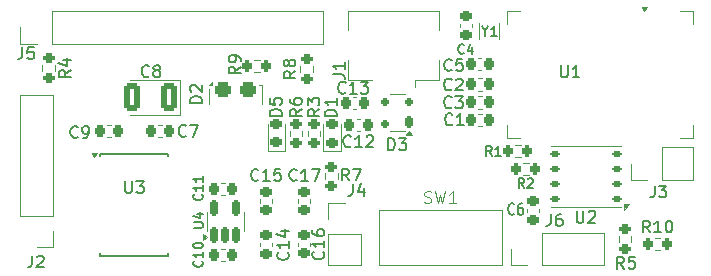
<source format=gto>
G04 #@! TF.GenerationSoftware,KiCad,Pcbnew,9.0.2*
G04 #@! TF.CreationDate,2025-06-19T13:18:12-04:00*
G04 #@! TF.ProjectId,farlock3,6661726c-6f63-46b3-932e-6b696361645f,v02*
G04 #@! TF.SameCoordinates,Original*
G04 #@! TF.FileFunction,Legend,Top*
G04 #@! TF.FilePolarity,Positive*
%FSLAX46Y46*%
G04 Gerber Fmt 4.6, Leading zero omitted, Abs format (unit mm)*
G04 Created by KiCad (PCBNEW 9.0.2) date 2025-06-19 13:18:12*
%MOMM*%
%LPD*%
G01*
G04 APERTURE LIST*
G04 Aperture macros list*
%AMRoundRect*
0 Rectangle with rounded corners*
0 $1 Rounding radius*
0 $2 $3 $4 $5 $6 $7 $8 $9 X,Y pos of 4 corners*
0 Add a 4 corners polygon primitive as box body*
4,1,4,$2,$3,$4,$5,$6,$7,$8,$9,$2,$3,0*
0 Add four circle primitives for the rounded corners*
1,1,$1+$1,$2,$3*
1,1,$1+$1,$4,$5*
1,1,$1+$1,$6,$7*
1,1,$1+$1,$8,$9*
0 Add four rect primitives between the rounded corners*
20,1,$1+$1,$2,$3,$4,$5,0*
20,1,$1+$1,$4,$5,$6,$7,0*
20,1,$1+$1,$6,$7,$8,$9,0*
20,1,$1+$1,$8,$9,$2,$3,0*%
G04 Aperture macros list end*
%ADD10C,0.150000*%
%ADD11C,0.100000*%
%ADD12C,0.120000*%
%ADD13C,1.700000*%
%ADD14R,1.700000X1.700000*%
%ADD15R,2.300000X1.900000*%
%ADD16R,1.800000X1.900000*%
%ADD17R,0.400000X1.400000*%
%ADD18R,0.400000X0.600000*%
%ADD19R,0.600000X0.400000*%
%ADD20RoundRect,0.317500X-0.382500X-0.317500X0.382500X-0.317500X0.382500X0.317500X-0.382500X0.317500X0*%
%ADD21R,4.800000X4.720000*%
%ADD22RoundRect,0.225000X-0.225000X-0.250000X0.225000X-0.250000X0.225000X0.250000X-0.225000X0.250000X0*%
%ADD23C,1.350000*%
%ADD24C,2.025000*%
%ADD25RoundRect,0.218750X0.256250X-0.218750X0.256250X0.218750X-0.256250X0.218750X-0.256250X-0.218750X0*%
%ADD26RoundRect,0.200000X0.275000X-0.200000X0.275000X0.200000X-0.275000X0.200000X-0.275000X-0.200000X0*%
%ADD27R,3.400000X4.000000*%
%ADD28RoundRect,0.125000X0.262500X0.125000X-0.262500X0.125000X-0.262500X-0.125000X0.262500X-0.125000X0*%
%ADD29RoundRect,0.150000X0.150000X-0.512500X0.150000X0.512500X-0.150000X0.512500X-0.150000X-0.512500X0*%
%ADD30RoundRect,0.225000X0.225000X0.250000X-0.225000X0.250000X-0.225000X-0.250000X0.225000X-0.250000X0*%
%ADD31R,1.800000X1.000000*%
%ADD32RoundRect,0.200000X-0.200000X-0.275000X0.200000X-0.275000X0.200000X0.275000X-0.200000X0.275000X0*%
%ADD33RoundRect,0.200000X-0.275000X0.200000X-0.275000X-0.200000X0.275000X-0.200000X0.275000X0.200000X0*%
%ADD34RoundRect,0.250000X0.420000X0.945000X-0.420000X0.945000X-0.420000X-0.945000X0.420000X-0.945000X0*%
%ADD35R,1.750000X0.450000*%
%ADD36RoundRect,0.225000X-0.250000X0.225000X-0.250000X-0.225000X0.250000X-0.225000X0.250000X0.225000X0*%
%ADD37RoundRect,0.200000X0.200000X0.275000X-0.200000X0.275000X-0.200000X-0.275000X0.200000X-0.275000X0*%
%ADD38RoundRect,0.225000X0.250000X-0.225000X0.250000X0.225000X-0.250000X0.225000X-0.250000X-0.225000X0*%
%ADD39RoundRect,0.150000X0.200000X0.150000X-0.200000X0.150000X-0.200000X-0.150000X0.200000X-0.150000X0*%
%ADD40RoundRect,0.175000X0.175000X0.325000X-0.175000X0.325000X-0.175000X-0.325000X0.175000X-0.325000X0*%
G04 APERTURE END LIST*
D10*
X127126666Y-78544819D02*
X127126666Y-79259104D01*
X127126666Y-79259104D02*
X127079047Y-79401961D01*
X127079047Y-79401961D02*
X126983809Y-79497200D01*
X126983809Y-79497200D02*
X126840952Y-79544819D01*
X126840952Y-79544819D02*
X126745714Y-79544819D01*
X128079047Y-78544819D02*
X127602857Y-78544819D01*
X127602857Y-78544819D02*
X127555238Y-79021009D01*
X127555238Y-79021009D02*
X127602857Y-78973390D01*
X127602857Y-78973390D02*
X127698095Y-78925771D01*
X127698095Y-78925771D02*
X127936190Y-78925771D01*
X127936190Y-78925771D02*
X128031428Y-78973390D01*
X128031428Y-78973390D02*
X128079047Y-79021009D01*
X128079047Y-79021009D02*
X128126666Y-79116247D01*
X128126666Y-79116247D02*
X128126666Y-79354342D01*
X128126666Y-79354342D02*
X128079047Y-79449580D01*
X128079047Y-79449580D02*
X128031428Y-79497200D01*
X128031428Y-79497200D02*
X127936190Y-79544819D01*
X127936190Y-79544819D02*
X127698095Y-79544819D01*
X127698095Y-79544819D02*
X127602857Y-79497200D01*
X127602857Y-79497200D02*
X127555238Y-79449580D01*
X153413819Y-80837333D02*
X154128104Y-80837333D01*
X154128104Y-80837333D02*
X154270961Y-80884952D01*
X154270961Y-80884952D02*
X154366200Y-80980190D01*
X154366200Y-80980190D02*
X154413819Y-81123047D01*
X154413819Y-81123047D02*
X154413819Y-81218285D01*
X154413819Y-79837333D02*
X154413819Y-80408761D01*
X154413819Y-80123047D02*
X153413819Y-80123047D01*
X153413819Y-80123047D02*
X153556676Y-80218285D01*
X153556676Y-80218285D02*
X153651914Y-80313523D01*
X153651914Y-80313523D02*
X153699533Y-80408761D01*
X172728095Y-80074819D02*
X172728095Y-80884342D01*
X172728095Y-80884342D02*
X172775714Y-80979580D01*
X172775714Y-80979580D02*
X172823333Y-81027200D01*
X172823333Y-81027200D02*
X172918571Y-81074819D01*
X172918571Y-81074819D02*
X173109047Y-81074819D01*
X173109047Y-81074819D02*
X173204285Y-81027200D01*
X173204285Y-81027200D02*
X173251904Y-80979580D01*
X173251904Y-80979580D02*
X173299523Y-80884342D01*
X173299523Y-80884342D02*
X173299523Y-80074819D01*
X174299523Y-81074819D02*
X173728095Y-81074819D01*
X174013809Y-81074819D02*
X174013809Y-80074819D01*
X174013809Y-80074819D02*
X173918571Y-80217676D01*
X173918571Y-80217676D02*
X173823333Y-80312914D01*
X173823333Y-80312914D02*
X173728095Y-80360533D01*
X142327819Y-83250094D02*
X141327819Y-83250094D01*
X141327819Y-83250094D02*
X141327819Y-83011999D01*
X141327819Y-83011999D02*
X141375438Y-82869142D01*
X141375438Y-82869142D02*
X141470676Y-82773904D01*
X141470676Y-82773904D02*
X141565914Y-82726285D01*
X141565914Y-82726285D02*
X141756390Y-82678666D01*
X141756390Y-82678666D02*
X141899247Y-82678666D01*
X141899247Y-82678666D02*
X142089723Y-82726285D01*
X142089723Y-82726285D02*
X142184961Y-82773904D01*
X142184961Y-82773904D02*
X142280200Y-82869142D01*
X142280200Y-82869142D02*
X142327819Y-83011999D01*
X142327819Y-83011999D02*
X142327819Y-83250094D01*
X141423057Y-82297713D02*
X141375438Y-82250094D01*
X141375438Y-82250094D02*
X141327819Y-82154856D01*
X141327819Y-82154856D02*
X141327819Y-81916761D01*
X141327819Y-81916761D02*
X141375438Y-81821523D01*
X141375438Y-81821523D02*
X141423057Y-81773904D01*
X141423057Y-81773904D02*
X141518295Y-81726285D01*
X141518295Y-81726285D02*
X141613533Y-81726285D01*
X141613533Y-81726285D02*
X141756390Y-81773904D01*
X141756390Y-81773904D02*
X142327819Y-82345332D01*
X142327819Y-82345332D02*
X142327819Y-81726285D01*
X142336104Y-96644285D02*
X142374200Y-96682381D01*
X142374200Y-96682381D02*
X142412295Y-96796666D01*
X142412295Y-96796666D02*
X142412295Y-96872857D01*
X142412295Y-96872857D02*
X142374200Y-96987143D01*
X142374200Y-96987143D02*
X142298009Y-97063333D01*
X142298009Y-97063333D02*
X142221819Y-97101428D01*
X142221819Y-97101428D02*
X142069438Y-97139524D01*
X142069438Y-97139524D02*
X141955152Y-97139524D01*
X141955152Y-97139524D02*
X141802771Y-97101428D01*
X141802771Y-97101428D02*
X141726580Y-97063333D01*
X141726580Y-97063333D02*
X141650390Y-96987143D01*
X141650390Y-96987143D02*
X141612295Y-96872857D01*
X141612295Y-96872857D02*
X141612295Y-96796666D01*
X141612295Y-96796666D02*
X141650390Y-96682381D01*
X141650390Y-96682381D02*
X141688485Y-96644285D01*
X142412295Y-95882381D02*
X142412295Y-96339524D01*
X142412295Y-96110952D02*
X141612295Y-96110952D01*
X141612295Y-96110952D02*
X141726580Y-96187143D01*
X141726580Y-96187143D02*
X141802771Y-96263333D01*
X141802771Y-96263333D02*
X141840866Y-96339524D01*
X141612295Y-95387142D02*
X141612295Y-95310952D01*
X141612295Y-95310952D02*
X141650390Y-95234761D01*
X141650390Y-95234761D02*
X141688485Y-95196666D01*
X141688485Y-95196666D02*
X141764676Y-95158571D01*
X141764676Y-95158571D02*
X141917057Y-95120476D01*
X141917057Y-95120476D02*
X142107533Y-95120476D01*
X142107533Y-95120476D02*
X142259914Y-95158571D01*
X142259914Y-95158571D02*
X142336104Y-95196666D01*
X142336104Y-95196666D02*
X142374200Y-95234761D01*
X142374200Y-95234761D02*
X142412295Y-95310952D01*
X142412295Y-95310952D02*
X142412295Y-95387142D01*
X142412295Y-95387142D02*
X142374200Y-95463333D01*
X142374200Y-95463333D02*
X142336104Y-95501428D01*
X142336104Y-95501428D02*
X142259914Y-95539523D01*
X142259914Y-95539523D02*
X142107533Y-95577619D01*
X142107533Y-95577619D02*
X141917057Y-95577619D01*
X141917057Y-95577619D02*
X141764676Y-95539523D01*
X141764676Y-95539523D02*
X141688485Y-95501428D01*
X141688485Y-95501428D02*
X141650390Y-95463333D01*
X141650390Y-95463333D02*
X141612295Y-95387142D01*
D11*
X161176667Y-91689800D02*
X161319524Y-91737419D01*
X161319524Y-91737419D02*
X161557619Y-91737419D01*
X161557619Y-91737419D02*
X161652857Y-91689800D01*
X161652857Y-91689800D02*
X161700476Y-91642180D01*
X161700476Y-91642180D02*
X161748095Y-91546942D01*
X161748095Y-91546942D02*
X161748095Y-91451704D01*
X161748095Y-91451704D02*
X161700476Y-91356466D01*
X161700476Y-91356466D02*
X161652857Y-91308847D01*
X161652857Y-91308847D02*
X161557619Y-91261228D01*
X161557619Y-91261228D02*
X161367143Y-91213609D01*
X161367143Y-91213609D02*
X161271905Y-91165990D01*
X161271905Y-91165990D02*
X161224286Y-91118371D01*
X161224286Y-91118371D02*
X161176667Y-91023133D01*
X161176667Y-91023133D02*
X161176667Y-90927895D01*
X161176667Y-90927895D02*
X161224286Y-90832657D01*
X161224286Y-90832657D02*
X161271905Y-90785038D01*
X161271905Y-90785038D02*
X161367143Y-90737419D01*
X161367143Y-90737419D02*
X161605238Y-90737419D01*
X161605238Y-90737419D02*
X161748095Y-90785038D01*
X162081429Y-90737419D02*
X162319524Y-91737419D01*
X162319524Y-91737419D02*
X162510000Y-91023133D01*
X162510000Y-91023133D02*
X162700476Y-91737419D01*
X162700476Y-91737419D02*
X162938572Y-90737419D01*
X163843333Y-91737419D02*
X163271905Y-91737419D01*
X163557619Y-91737419D02*
X163557619Y-90737419D01*
X163557619Y-90737419D02*
X163462381Y-90880276D01*
X163462381Y-90880276D02*
X163367143Y-90975514D01*
X163367143Y-90975514D02*
X163271905Y-91023133D01*
D10*
X149079819Y-84361094D02*
X148079819Y-84361094D01*
X148079819Y-84361094D02*
X148079819Y-84122999D01*
X148079819Y-84122999D02*
X148127438Y-83980142D01*
X148127438Y-83980142D02*
X148222676Y-83884904D01*
X148222676Y-83884904D02*
X148317914Y-83837285D01*
X148317914Y-83837285D02*
X148508390Y-83789666D01*
X148508390Y-83789666D02*
X148651247Y-83789666D01*
X148651247Y-83789666D02*
X148841723Y-83837285D01*
X148841723Y-83837285D02*
X148936961Y-83884904D01*
X148936961Y-83884904D02*
X149032200Y-83980142D01*
X149032200Y-83980142D02*
X149079819Y-84122999D01*
X149079819Y-84122999D02*
X149079819Y-84361094D01*
X148079819Y-82884904D02*
X148079819Y-83361094D01*
X148079819Y-83361094D02*
X148556009Y-83408713D01*
X148556009Y-83408713D02*
X148508390Y-83361094D01*
X148508390Y-83361094D02*
X148460771Y-83265856D01*
X148460771Y-83265856D02*
X148460771Y-83027761D01*
X148460771Y-83027761D02*
X148508390Y-82932523D01*
X148508390Y-82932523D02*
X148556009Y-82884904D01*
X148556009Y-82884904D02*
X148651247Y-82837285D01*
X148651247Y-82837285D02*
X148889342Y-82837285D01*
X148889342Y-82837285D02*
X148984580Y-82884904D01*
X148984580Y-82884904D02*
X149032200Y-82932523D01*
X149032200Y-82932523D02*
X149079819Y-83027761D01*
X149079819Y-83027761D02*
X149079819Y-83265856D01*
X149079819Y-83265856D02*
X149032200Y-83361094D01*
X149032200Y-83361094D02*
X148984580Y-83408713D01*
X152279819Y-83789666D02*
X151803628Y-84122999D01*
X152279819Y-84361094D02*
X151279819Y-84361094D01*
X151279819Y-84361094D02*
X151279819Y-83980142D01*
X151279819Y-83980142D02*
X151327438Y-83884904D01*
X151327438Y-83884904D02*
X151375057Y-83837285D01*
X151375057Y-83837285D02*
X151470295Y-83789666D01*
X151470295Y-83789666D02*
X151613152Y-83789666D01*
X151613152Y-83789666D02*
X151708390Y-83837285D01*
X151708390Y-83837285D02*
X151756009Y-83884904D01*
X151756009Y-83884904D02*
X151803628Y-83980142D01*
X151803628Y-83980142D02*
X151803628Y-84361094D01*
X151279819Y-83456332D02*
X151279819Y-82837285D01*
X151279819Y-82837285D02*
X151660771Y-83170618D01*
X151660771Y-83170618D02*
X151660771Y-83027761D01*
X151660771Y-83027761D02*
X151708390Y-82932523D01*
X151708390Y-82932523D02*
X151756009Y-82884904D01*
X151756009Y-82884904D02*
X151851247Y-82837285D01*
X151851247Y-82837285D02*
X152089342Y-82837285D01*
X152089342Y-82837285D02*
X152184580Y-82884904D01*
X152184580Y-82884904D02*
X152232200Y-82932523D01*
X152232200Y-82932523D02*
X152279819Y-83027761D01*
X152279819Y-83027761D02*
X152279819Y-83313475D01*
X152279819Y-83313475D02*
X152232200Y-83408713D01*
X152232200Y-83408713D02*
X152184580Y-83456332D01*
X153729819Y-84411094D02*
X152729819Y-84411094D01*
X152729819Y-84411094D02*
X152729819Y-84172999D01*
X152729819Y-84172999D02*
X152777438Y-84030142D01*
X152777438Y-84030142D02*
X152872676Y-83934904D01*
X152872676Y-83934904D02*
X152967914Y-83887285D01*
X152967914Y-83887285D02*
X153158390Y-83839666D01*
X153158390Y-83839666D02*
X153301247Y-83839666D01*
X153301247Y-83839666D02*
X153491723Y-83887285D01*
X153491723Y-83887285D02*
X153586961Y-83934904D01*
X153586961Y-83934904D02*
X153682200Y-84030142D01*
X153682200Y-84030142D02*
X153729819Y-84172999D01*
X153729819Y-84172999D02*
X153729819Y-84411094D01*
X153729819Y-82887285D02*
X153729819Y-83458713D01*
X153729819Y-83172999D02*
X152729819Y-83172999D01*
X152729819Y-83172999D02*
X152872676Y-83268237D01*
X152872676Y-83268237D02*
X152967914Y-83363475D01*
X152967914Y-83363475D02*
X153015533Y-83458713D01*
X150779819Y-83789666D02*
X150303628Y-84122999D01*
X150779819Y-84361094D02*
X149779819Y-84361094D01*
X149779819Y-84361094D02*
X149779819Y-83980142D01*
X149779819Y-83980142D02*
X149827438Y-83884904D01*
X149827438Y-83884904D02*
X149875057Y-83837285D01*
X149875057Y-83837285D02*
X149970295Y-83789666D01*
X149970295Y-83789666D02*
X150113152Y-83789666D01*
X150113152Y-83789666D02*
X150208390Y-83837285D01*
X150208390Y-83837285D02*
X150256009Y-83884904D01*
X150256009Y-83884904D02*
X150303628Y-83980142D01*
X150303628Y-83980142D02*
X150303628Y-84361094D01*
X149779819Y-82932523D02*
X149779819Y-83122999D01*
X149779819Y-83122999D02*
X149827438Y-83218237D01*
X149827438Y-83218237D02*
X149875057Y-83265856D01*
X149875057Y-83265856D02*
X150017914Y-83361094D01*
X150017914Y-83361094D02*
X150208390Y-83408713D01*
X150208390Y-83408713D02*
X150589342Y-83408713D01*
X150589342Y-83408713D02*
X150684580Y-83361094D01*
X150684580Y-83361094D02*
X150732200Y-83313475D01*
X150732200Y-83313475D02*
X150779819Y-83218237D01*
X150779819Y-83218237D02*
X150779819Y-83027761D01*
X150779819Y-83027761D02*
X150732200Y-82932523D01*
X150732200Y-82932523D02*
X150684580Y-82884904D01*
X150684580Y-82884904D02*
X150589342Y-82837285D01*
X150589342Y-82837285D02*
X150351247Y-82837285D01*
X150351247Y-82837285D02*
X150256009Y-82884904D01*
X150256009Y-82884904D02*
X150208390Y-82932523D01*
X150208390Y-82932523D02*
X150160771Y-83027761D01*
X150160771Y-83027761D02*
X150160771Y-83218237D01*
X150160771Y-83218237D02*
X150208390Y-83313475D01*
X150208390Y-83313475D02*
X150256009Y-83361094D01*
X150256009Y-83361094D02*
X150351247Y-83408713D01*
X171866666Y-92674819D02*
X171866666Y-93389104D01*
X171866666Y-93389104D02*
X171819047Y-93531961D01*
X171819047Y-93531961D02*
X171723809Y-93627200D01*
X171723809Y-93627200D02*
X171580952Y-93674819D01*
X171580952Y-93674819D02*
X171485714Y-93674819D01*
X172771428Y-92674819D02*
X172580952Y-92674819D01*
X172580952Y-92674819D02*
X172485714Y-92722438D01*
X172485714Y-92722438D02*
X172438095Y-92770057D01*
X172438095Y-92770057D02*
X172342857Y-92912914D01*
X172342857Y-92912914D02*
X172295238Y-93103390D01*
X172295238Y-93103390D02*
X172295238Y-93484342D01*
X172295238Y-93484342D02*
X172342857Y-93579580D01*
X172342857Y-93579580D02*
X172390476Y-93627200D01*
X172390476Y-93627200D02*
X172485714Y-93674819D01*
X172485714Y-93674819D02*
X172676190Y-93674819D01*
X172676190Y-93674819D02*
X172771428Y-93627200D01*
X172771428Y-93627200D02*
X172819047Y-93579580D01*
X172819047Y-93579580D02*
X172866666Y-93484342D01*
X172866666Y-93484342D02*
X172866666Y-93246247D01*
X172866666Y-93246247D02*
X172819047Y-93151009D01*
X172819047Y-93151009D02*
X172771428Y-93103390D01*
X172771428Y-93103390D02*
X172676190Y-93055771D01*
X172676190Y-93055771D02*
X172485714Y-93055771D01*
X172485714Y-93055771D02*
X172390476Y-93103390D01*
X172390476Y-93103390D02*
X172342857Y-93151009D01*
X172342857Y-93151009D02*
X172295238Y-93246247D01*
X174068095Y-92404819D02*
X174068095Y-93214342D01*
X174068095Y-93214342D02*
X174115714Y-93309580D01*
X174115714Y-93309580D02*
X174163333Y-93357200D01*
X174163333Y-93357200D02*
X174258571Y-93404819D01*
X174258571Y-93404819D02*
X174449047Y-93404819D01*
X174449047Y-93404819D02*
X174544285Y-93357200D01*
X174544285Y-93357200D02*
X174591904Y-93309580D01*
X174591904Y-93309580D02*
X174639523Y-93214342D01*
X174639523Y-93214342D02*
X174639523Y-92404819D01*
X175068095Y-92500057D02*
X175115714Y-92452438D01*
X175115714Y-92452438D02*
X175210952Y-92404819D01*
X175210952Y-92404819D02*
X175449047Y-92404819D01*
X175449047Y-92404819D02*
X175544285Y-92452438D01*
X175544285Y-92452438D02*
X175591904Y-92500057D01*
X175591904Y-92500057D02*
X175639523Y-92595295D01*
X175639523Y-92595295D02*
X175639523Y-92690533D01*
X175639523Y-92690533D02*
X175591904Y-92833390D01*
X175591904Y-92833390D02*
X175020476Y-93404819D01*
X175020476Y-93404819D02*
X175639523Y-93404819D01*
X141632295Y-93829523D02*
X142279914Y-93829523D01*
X142279914Y-93829523D02*
X142356104Y-93791428D01*
X142356104Y-93791428D02*
X142394200Y-93753333D01*
X142394200Y-93753333D02*
X142432295Y-93677142D01*
X142432295Y-93677142D02*
X142432295Y-93524761D01*
X142432295Y-93524761D02*
X142394200Y-93448571D01*
X142394200Y-93448571D02*
X142356104Y-93410476D01*
X142356104Y-93410476D02*
X142279914Y-93372380D01*
X142279914Y-93372380D02*
X141632295Y-93372380D01*
X141898961Y-92648571D02*
X142432295Y-92648571D01*
X141594200Y-92839047D02*
X142165628Y-93029524D01*
X142165628Y-93029524D02*
X142165628Y-92534285D01*
X142326104Y-91014285D02*
X142364200Y-91052381D01*
X142364200Y-91052381D02*
X142402295Y-91166666D01*
X142402295Y-91166666D02*
X142402295Y-91242857D01*
X142402295Y-91242857D02*
X142364200Y-91357143D01*
X142364200Y-91357143D02*
X142288009Y-91433333D01*
X142288009Y-91433333D02*
X142211819Y-91471428D01*
X142211819Y-91471428D02*
X142059438Y-91509524D01*
X142059438Y-91509524D02*
X141945152Y-91509524D01*
X141945152Y-91509524D02*
X141792771Y-91471428D01*
X141792771Y-91471428D02*
X141716580Y-91433333D01*
X141716580Y-91433333D02*
X141640390Y-91357143D01*
X141640390Y-91357143D02*
X141602295Y-91242857D01*
X141602295Y-91242857D02*
X141602295Y-91166666D01*
X141602295Y-91166666D02*
X141640390Y-91052381D01*
X141640390Y-91052381D02*
X141678485Y-91014285D01*
X142402295Y-90252381D02*
X142402295Y-90709524D01*
X142402295Y-90480952D02*
X141602295Y-90480952D01*
X141602295Y-90480952D02*
X141716580Y-90557143D01*
X141716580Y-90557143D02*
X141792771Y-90633333D01*
X141792771Y-90633333D02*
X141830866Y-90709524D01*
X142402295Y-89490476D02*
X142402295Y-89947619D01*
X142402295Y-89719047D02*
X141602295Y-89719047D01*
X141602295Y-89719047D02*
X141716580Y-89795238D01*
X141716580Y-89795238D02*
X141792771Y-89871428D01*
X141792771Y-89871428D02*
X141830866Y-89947619D01*
X155116666Y-90124819D02*
X155116666Y-90839104D01*
X155116666Y-90839104D02*
X155069047Y-90981961D01*
X155069047Y-90981961D02*
X154973809Y-91077200D01*
X154973809Y-91077200D02*
X154830952Y-91124819D01*
X154830952Y-91124819D02*
X154735714Y-91124819D01*
X156021428Y-90458152D02*
X156021428Y-91124819D01*
X155783333Y-90077200D02*
X155545238Y-90791485D01*
X155545238Y-90791485D02*
X156164285Y-90791485D01*
X163467333Y-83603580D02*
X163419714Y-83651200D01*
X163419714Y-83651200D02*
X163276857Y-83698819D01*
X163276857Y-83698819D02*
X163181619Y-83698819D01*
X163181619Y-83698819D02*
X163038762Y-83651200D01*
X163038762Y-83651200D02*
X162943524Y-83555961D01*
X162943524Y-83555961D02*
X162895905Y-83460723D01*
X162895905Y-83460723D02*
X162848286Y-83270247D01*
X162848286Y-83270247D02*
X162848286Y-83127390D01*
X162848286Y-83127390D02*
X162895905Y-82936914D01*
X162895905Y-82936914D02*
X162943524Y-82841676D01*
X162943524Y-82841676D02*
X163038762Y-82746438D01*
X163038762Y-82746438D02*
X163181619Y-82698819D01*
X163181619Y-82698819D02*
X163276857Y-82698819D01*
X163276857Y-82698819D02*
X163419714Y-82746438D01*
X163419714Y-82746438D02*
X163467333Y-82794057D01*
X163800667Y-82698819D02*
X164419714Y-82698819D01*
X164419714Y-82698819D02*
X164086381Y-83079771D01*
X164086381Y-83079771D02*
X164229238Y-83079771D01*
X164229238Y-83079771D02*
X164324476Y-83127390D01*
X164324476Y-83127390D02*
X164372095Y-83175009D01*
X164372095Y-83175009D02*
X164419714Y-83270247D01*
X164419714Y-83270247D02*
X164419714Y-83508342D01*
X164419714Y-83508342D02*
X164372095Y-83603580D01*
X164372095Y-83603580D02*
X164324476Y-83651200D01*
X164324476Y-83651200D02*
X164229238Y-83698819D01*
X164229238Y-83698819D02*
X163943524Y-83698819D01*
X163943524Y-83698819D02*
X163848286Y-83651200D01*
X163848286Y-83651200D02*
X163800667Y-83603580D01*
X163531333Y-85062580D02*
X163483714Y-85110200D01*
X163483714Y-85110200D02*
X163340857Y-85157819D01*
X163340857Y-85157819D02*
X163245619Y-85157819D01*
X163245619Y-85157819D02*
X163102762Y-85110200D01*
X163102762Y-85110200D02*
X163007524Y-85014961D01*
X163007524Y-85014961D02*
X162959905Y-84919723D01*
X162959905Y-84919723D02*
X162912286Y-84729247D01*
X162912286Y-84729247D02*
X162912286Y-84586390D01*
X162912286Y-84586390D02*
X162959905Y-84395914D01*
X162959905Y-84395914D02*
X163007524Y-84300676D01*
X163007524Y-84300676D02*
X163102762Y-84205438D01*
X163102762Y-84205438D02*
X163245619Y-84157819D01*
X163245619Y-84157819D02*
X163340857Y-84157819D01*
X163340857Y-84157819D02*
X163483714Y-84205438D01*
X163483714Y-84205438D02*
X163531333Y-84253057D01*
X164483714Y-85157819D02*
X163912286Y-85157819D01*
X164198000Y-85157819D02*
X164198000Y-84157819D01*
X164198000Y-84157819D02*
X164102762Y-84300676D01*
X164102762Y-84300676D02*
X164007524Y-84395914D01*
X164007524Y-84395914D02*
X163912286Y-84443533D01*
X163473333Y-80449580D02*
X163425714Y-80497200D01*
X163425714Y-80497200D02*
X163282857Y-80544819D01*
X163282857Y-80544819D02*
X163187619Y-80544819D01*
X163187619Y-80544819D02*
X163044762Y-80497200D01*
X163044762Y-80497200D02*
X162949524Y-80401961D01*
X162949524Y-80401961D02*
X162901905Y-80306723D01*
X162901905Y-80306723D02*
X162854286Y-80116247D01*
X162854286Y-80116247D02*
X162854286Y-79973390D01*
X162854286Y-79973390D02*
X162901905Y-79782914D01*
X162901905Y-79782914D02*
X162949524Y-79687676D01*
X162949524Y-79687676D02*
X163044762Y-79592438D01*
X163044762Y-79592438D02*
X163187619Y-79544819D01*
X163187619Y-79544819D02*
X163282857Y-79544819D01*
X163282857Y-79544819D02*
X163425714Y-79592438D01*
X163425714Y-79592438D02*
X163473333Y-79640057D01*
X164378095Y-79544819D02*
X163901905Y-79544819D01*
X163901905Y-79544819D02*
X163854286Y-80021009D01*
X163854286Y-80021009D02*
X163901905Y-79973390D01*
X163901905Y-79973390D02*
X163997143Y-79925771D01*
X163997143Y-79925771D02*
X164235238Y-79925771D01*
X164235238Y-79925771D02*
X164330476Y-79973390D01*
X164330476Y-79973390D02*
X164378095Y-80021009D01*
X164378095Y-80021009D02*
X164425714Y-80116247D01*
X164425714Y-80116247D02*
X164425714Y-80354342D01*
X164425714Y-80354342D02*
X164378095Y-80449580D01*
X164378095Y-80449580D02*
X164330476Y-80497200D01*
X164330476Y-80497200D02*
X164235238Y-80544819D01*
X164235238Y-80544819D02*
X163997143Y-80544819D01*
X163997143Y-80544819D02*
X163901905Y-80497200D01*
X163901905Y-80497200D02*
X163854286Y-80449580D01*
X163467333Y-82103580D02*
X163419714Y-82151200D01*
X163419714Y-82151200D02*
X163276857Y-82198819D01*
X163276857Y-82198819D02*
X163181619Y-82198819D01*
X163181619Y-82198819D02*
X163038762Y-82151200D01*
X163038762Y-82151200D02*
X162943524Y-82055961D01*
X162943524Y-82055961D02*
X162895905Y-81960723D01*
X162895905Y-81960723D02*
X162848286Y-81770247D01*
X162848286Y-81770247D02*
X162848286Y-81627390D01*
X162848286Y-81627390D02*
X162895905Y-81436914D01*
X162895905Y-81436914D02*
X162943524Y-81341676D01*
X162943524Y-81341676D02*
X163038762Y-81246438D01*
X163038762Y-81246438D02*
X163181619Y-81198819D01*
X163181619Y-81198819D02*
X163276857Y-81198819D01*
X163276857Y-81198819D02*
X163419714Y-81246438D01*
X163419714Y-81246438D02*
X163467333Y-81294057D01*
X163848286Y-81294057D02*
X163895905Y-81246438D01*
X163895905Y-81246438D02*
X163991143Y-81198819D01*
X163991143Y-81198819D02*
X164229238Y-81198819D01*
X164229238Y-81198819D02*
X164324476Y-81246438D01*
X164324476Y-81246438D02*
X164372095Y-81294057D01*
X164372095Y-81294057D02*
X164419714Y-81389295D01*
X164419714Y-81389295D02*
X164419714Y-81484533D01*
X164419714Y-81484533D02*
X164372095Y-81627390D01*
X164372095Y-81627390D02*
X163800667Y-82198819D01*
X163800667Y-82198819D02*
X164419714Y-82198819D01*
X166329048Y-77211342D02*
X166329048Y-77592295D01*
X166062381Y-76792295D02*
X166329048Y-77211342D01*
X166329048Y-77211342D02*
X166595714Y-76792295D01*
X167281428Y-77592295D02*
X166824285Y-77592295D01*
X167052857Y-77592295D02*
X167052857Y-76792295D01*
X167052857Y-76792295D02*
X166976666Y-76906580D01*
X166976666Y-76906580D02*
X166900476Y-76982771D01*
X166900476Y-76982771D02*
X166824285Y-77020866D01*
X180257142Y-94224819D02*
X179923809Y-93748628D01*
X179685714Y-94224819D02*
X179685714Y-93224819D01*
X179685714Y-93224819D02*
X180066666Y-93224819D01*
X180066666Y-93224819D02*
X180161904Y-93272438D01*
X180161904Y-93272438D02*
X180209523Y-93320057D01*
X180209523Y-93320057D02*
X180257142Y-93415295D01*
X180257142Y-93415295D02*
X180257142Y-93558152D01*
X180257142Y-93558152D02*
X180209523Y-93653390D01*
X180209523Y-93653390D02*
X180161904Y-93701009D01*
X180161904Y-93701009D02*
X180066666Y-93748628D01*
X180066666Y-93748628D02*
X179685714Y-93748628D01*
X181209523Y-94224819D02*
X180638095Y-94224819D01*
X180923809Y-94224819D02*
X180923809Y-93224819D01*
X180923809Y-93224819D02*
X180828571Y-93367676D01*
X180828571Y-93367676D02*
X180733333Y-93462914D01*
X180733333Y-93462914D02*
X180638095Y-93510533D01*
X181828571Y-93224819D02*
X181923809Y-93224819D01*
X181923809Y-93224819D02*
X182019047Y-93272438D01*
X182019047Y-93272438D02*
X182066666Y-93320057D01*
X182066666Y-93320057D02*
X182114285Y-93415295D01*
X182114285Y-93415295D02*
X182161904Y-93605771D01*
X182161904Y-93605771D02*
X182161904Y-93843866D01*
X182161904Y-93843866D02*
X182114285Y-94034342D01*
X182114285Y-94034342D02*
X182066666Y-94129580D01*
X182066666Y-94129580D02*
X182019047Y-94177200D01*
X182019047Y-94177200D02*
X181923809Y-94224819D01*
X181923809Y-94224819D02*
X181828571Y-94224819D01*
X181828571Y-94224819D02*
X181733333Y-94177200D01*
X181733333Y-94177200D02*
X181685714Y-94129580D01*
X181685714Y-94129580D02*
X181638095Y-94034342D01*
X181638095Y-94034342D02*
X181590476Y-93843866D01*
X181590476Y-93843866D02*
X181590476Y-93605771D01*
X181590476Y-93605771D02*
X181638095Y-93415295D01*
X181638095Y-93415295D02*
X181685714Y-93320057D01*
X181685714Y-93320057D02*
X181733333Y-93272438D01*
X181733333Y-93272438D02*
X181828571Y-93224819D01*
X178073333Y-97284819D02*
X177740000Y-96808628D01*
X177501905Y-97284819D02*
X177501905Y-96284819D01*
X177501905Y-96284819D02*
X177882857Y-96284819D01*
X177882857Y-96284819D02*
X177978095Y-96332438D01*
X177978095Y-96332438D02*
X178025714Y-96380057D01*
X178025714Y-96380057D02*
X178073333Y-96475295D01*
X178073333Y-96475295D02*
X178073333Y-96618152D01*
X178073333Y-96618152D02*
X178025714Y-96713390D01*
X178025714Y-96713390D02*
X177978095Y-96761009D01*
X177978095Y-96761009D02*
X177882857Y-96808628D01*
X177882857Y-96808628D02*
X177501905Y-96808628D01*
X178978095Y-96284819D02*
X178501905Y-96284819D01*
X178501905Y-96284819D02*
X178454286Y-96761009D01*
X178454286Y-96761009D02*
X178501905Y-96713390D01*
X178501905Y-96713390D02*
X178597143Y-96665771D01*
X178597143Y-96665771D02*
X178835238Y-96665771D01*
X178835238Y-96665771D02*
X178930476Y-96713390D01*
X178930476Y-96713390D02*
X178978095Y-96761009D01*
X178978095Y-96761009D02*
X179025714Y-96856247D01*
X179025714Y-96856247D02*
X179025714Y-97094342D01*
X179025714Y-97094342D02*
X178978095Y-97189580D01*
X178978095Y-97189580D02*
X178930476Y-97237200D01*
X178930476Y-97237200D02*
X178835238Y-97284819D01*
X178835238Y-97284819D02*
X178597143Y-97284819D01*
X178597143Y-97284819D02*
X178501905Y-97237200D01*
X178501905Y-97237200D02*
X178454286Y-97189580D01*
X131234819Y-80491666D02*
X130758628Y-80824999D01*
X131234819Y-81063094D02*
X130234819Y-81063094D01*
X130234819Y-81063094D02*
X130234819Y-80682142D01*
X130234819Y-80682142D02*
X130282438Y-80586904D01*
X130282438Y-80586904D02*
X130330057Y-80539285D01*
X130330057Y-80539285D02*
X130425295Y-80491666D01*
X130425295Y-80491666D02*
X130568152Y-80491666D01*
X130568152Y-80491666D02*
X130663390Y-80539285D01*
X130663390Y-80539285D02*
X130711009Y-80586904D01*
X130711009Y-80586904D02*
X130758628Y-80682142D01*
X130758628Y-80682142D02*
X130758628Y-81063094D01*
X130568152Y-79634523D02*
X131234819Y-79634523D01*
X130187200Y-79872618D02*
X130901485Y-80110713D01*
X130901485Y-80110713D02*
X130901485Y-79491666D01*
X180656666Y-90264819D02*
X180656666Y-90979104D01*
X180656666Y-90979104D02*
X180609047Y-91121961D01*
X180609047Y-91121961D02*
X180513809Y-91217200D01*
X180513809Y-91217200D02*
X180370952Y-91264819D01*
X180370952Y-91264819D02*
X180275714Y-91264819D01*
X181037619Y-90264819D02*
X181656666Y-90264819D01*
X181656666Y-90264819D02*
X181323333Y-90645771D01*
X181323333Y-90645771D02*
X181466190Y-90645771D01*
X181466190Y-90645771D02*
X181561428Y-90693390D01*
X181561428Y-90693390D02*
X181609047Y-90741009D01*
X181609047Y-90741009D02*
X181656666Y-90836247D01*
X181656666Y-90836247D02*
X181656666Y-91074342D01*
X181656666Y-91074342D02*
X181609047Y-91169580D01*
X181609047Y-91169580D02*
X181561428Y-91217200D01*
X181561428Y-91217200D02*
X181466190Y-91264819D01*
X181466190Y-91264819D02*
X181180476Y-91264819D01*
X181180476Y-91264819D02*
X181085238Y-91217200D01*
X181085238Y-91217200D02*
X181037619Y-91169580D01*
X131823333Y-86139580D02*
X131775714Y-86187200D01*
X131775714Y-86187200D02*
X131632857Y-86234819D01*
X131632857Y-86234819D02*
X131537619Y-86234819D01*
X131537619Y-86234819D02*
X131394762Y-86187200D01*
X131394762Y-86187200D02*
X131299524Y-86091961D01*
X131299524Y-86091961D02*
X131251905Y-85996723D01*
X131251905Y-85996723D02*
X131204286Y-85806247D01*
X131204286Y-85806247D02*
X131204286Y-85663390D01*
X131204286Y-85663390D02*
X131251905Y-85472914D01*
X131251905Y-85472914D02*
X131299524Y-85377676D01*
X131299524Y-85377676D02*
X131394762Y-85282438D01*
X131394762Y-85282438D02*
X131537619Y-85234819D01*
X131537619Y-85234819D02*
X131632857Y-85234819D01*
X131632857Y-85234819D02*
X131775714Y-85282438D01*
X131775714Y-85282438D02*
X131823333Y-85330057D01*
X132299524Y-86234819D02*
X132490000Y-86234819D01*
X132490000Y-86234819D02*
X132585238Y-86187200D01*
X132585238Y-86187200D02*
X132632857Y-86139580D01*
X132632857Y-86139580D02*
X132728095Y-85996723D01*
X132728095Y-85996723D02*
X132775714Y-85806247D01*
X132775714Y-85806247D02*
X132775714Y-85425295D01*
X132775714Y-85425295D02*
X132728095Y-85330057D01*
X132728095Y-85330057D02*
X132680476Y-85282438D01*
X132680476Y-85282438D02*
X132585238Y-85234819D01*
X132585238Y-85234819D02*
X132394762Y-85234819D01*
X132394762Y-85234819D02*
X132299524Y-85282438D01*
X132299524Y-85282438D02*
X132251905Y-85330057D01*
X132251905Y-85330057D02*
X132204286Y-85425295D01*
X132204286Y-85425295D02*
X132204286Y-85663390D01*
X132204286Y-85663390D02*
X132251905Y-85758628D01*
X132251905Y-85758628D02*
X132299524Y-85806247D01*
X132299524Y-85806247D02*
X132394762Y-85853866D01*
X132394762Y-85853866D02*
X132585238Y-85853866D01*
X132585238Y-85853866D02*
X132680476Y-85806247D01*
X132680476Y-85806247D02*
X132728095Y-85758628D01*
X132728095Y-85758628D02*
X132775714Y-85663390D01*
X137843333Y-80979580D02*
X137795714Y-81027200D01*
X137795714Y-81027200D02*
X137652857Y-81074819D01*
X137652857Y-81074819D02*
X137557619Y-81074819D01*
X137557619Y-81074819D02*
X137414762Y-81027200D01*
X137414762Y-81027200D02*
X137319524Y-80931961D01*
X137319524Y-80931961D02*
X137271905Y-80836723D01*
X137271905Y-80836723D02*
X137224286Y-80646247D01*
X137224286Y-80646247D02*
X137224286Y-80503390D01*
X137224286Y-80503390D02*
X137271905Y-80312914D01*
X137271905Y-80312914D02*
X137319524Y-80217676D01*
X137319524Y-80217676D02*
X137414762Y-80122438D01*
X137414762Y-80122438D02*
X137557619Y-80074819D01*
X137557619Y-80074819D02*
X137652857Y-80074819D01*
X137652857Y-80074819D02*
X137795714Y-80122438D01*
X137795714Y-80122438D02*
X137843333Y-80170057D01*
X138414762Y-80503390D02*
X138319524Y-80455771D01*
X138319524Y-80455771D02*
X138271905Y-80408152D01*
X138271905Y-80408152D02*
X138224286Y-80312914D01*
X138224286Y-80312914D02*
X138224286Y-80265295D01*
X138224286Y-80265295D02*
X138271905Y-80170057D01*
X138271905Y-80170057D02*
X138319524Y-80122438D01*
X138319524Y-80122438D02*
X138414762Y-80074819D01*
X138414762Y-80074819D02*
X138605238Y-80074819D01*
X138605238Y-80074819D02*
X138700476Y-80122438D01*
X138700476Y-80122438D02*
X138748095Y-80170057D01*
X138748095Y-80170057D02*
X138795714Y-80265295D01*
X138795714Y-80265295D02*
X138795714Y-80312914D01*
X138795714Y-80312914D02*
X138748095Y-80408152D01*
X138748095Y-80408152D02*
X138700476Y-80455771D01*
X138700476Y-80455771D02*
X138605238Y-80503390D01*
X138605238Y-80503390D02*
X138414762Y-80503390D01*
X138414762Y-80503390D02*
X138319524Y-80551009D01*
X138319524Y-80551009D02*
X138271905Y-80598628D01*
X138271905Y-80598628D02*
X138224286Y-80693866D01*
X138224286Y-80693866D02*
X138224286Y-80884342D01*
X138224286Y-80884342D02*
X138271905Y-80979580D01*
X138271905Y-80979580D02*
X138319524Y-81027200D01*
X138319524Y-81027200D02*
X138414762Y-81074819D01*
X138414762Y-81074819D02*
X138605238Y-81074819D01*
X138605238Y-81074819D02*
X138700476Y-81027200D01*
X138700476Y-81027200D02*
X138748095Y-80979580D01*
X138748095Y-80979580D02*
X138795714Y-80884342D01*
X138795714Y-80884342D02*
X138795714Y-80693866D01*
X138795714Y-80693866D02*
X138748095Y-80598628D01*
X138748095Y-80598628D02*
X138700476Y-80551009D01*
X138700476Y-80551009D02*
X138605238Y-80503390D01*
X135838095Y-89878819D02*
X135838095Y-90688342D01*
X135838095Y-90688342D02*
X135885714Y-90783580D01*
X135885714Y-90783580D02*
X135933333Y-90831200D01*
X135933333Y-90831200D02*
X136028571Y-90878819D01*
X136028571Y-90878819D02*
X136219047Y-90878819D01*
X136219047Y-90878819D02*
X136314285Y-90831200D01*
X136314285Y-90831200D02*
X136361904Y-90783580D01*
X136361904Y-90783580D02*
X136409523Y-90688342D01*
X136409523Y-90688342D02*
X136409523Y-89878819D01*
X136790476Y-89878819D02*
X137409523Y-89878819D01*
X137409523Y-89878819D02*
X137076190Y-90259771D01*
X137076190Y-90259771D02*
X137219047Y-90259771D01*
X137219047Y-90259771D02*
X137314285Y-90307390D01*
X137314285Y-90307390D02*
X137361904Y-90355009D01*
X137361904Y-90355009D02*
X137409523Y-90450247D01*
X137409523Y-90450247D02*
X137409523Y-90688342D01*
X137409523Y-90688342D02*
X137361904Y-90783580D01*
X137361904Y-90783580D02*
X137314285Y-90831200D01*
X137314285Y-90831200D02*
X137219047Y-90878819D01*
X137219047Y-90878819D02*
X136933333Y-90878819D01*
X136933333Y-90878819D02*
X136838095Y-90831200D01*
X136838095Y-90831200D02*
X136790476Y-90783580D01*
X168776667Y-92649580D02*
X168738571Y-92697200D01*
X168738571Y-92697200D02*
X168624286Y-92744819D01*
X168624286Y-92744819D02*
X168548095Y-92744819D01*
X168548095Y-92744819D02*
X168433809Y-92697200D01*
X168433809Y-92697200D02*
X168357619Y-92601961D01*
X168357619Y-92601961D02*
X168319524Y-92506723D01*
X168319524Y-92506723D02*
X168281428Y-92316247D01*
X168281428Y-92316247D02*
X168281428Y-92173390D01*
X168281428Y-92173390D02*
X168319524Y-91982914D01*
X168319524Y-91982914D02*
X168357619Y-91887676D01*
X168357619Y-91887676D02*
X168433809Y-91792438D01*
X168433809Y-91792438D02*
X168548095Y-91744819D01*
X168548095Y-91744819D02*
X168624286Y-91744819D01*
X168624286Y-91744819D02*
X168738571Y-91792438D01*
X168738571Y-91792438D02*
X168776667Y-91840057D01*
X169462381Y-91744819D02*
X169310000Y-91744819D01*
X169310000Y-91744819D02*
X169233809Y-91792438D01*
X169233809Y-91792438D02*
X169195714Y-91840057D01*
X169195714Y-91840057D02*
X169119524Y-91982914D01*
X169119524Y-91982914D02*
X169081428Y-92173390D01*
X169081428Y-92173390D02*
X169081428Y-92554342D01*
X169081428Y-92554342D02*
X169119524Y-92649580D01*
X169119524Y-92649580D02*
X169157619Y-92697200D01*
X169157619Y-92697200D02*
X169233809Y-92744819D01*
X169233809Y-92744819D02*
X169386190Y-92744819D01*
X169386190Y-92744819D02*
X169462381Y-92697200D01*
X169462381Y-92697200D02*
X169500476Y-92649580D01*
X169500476Y-92649580D02*
X169538571Y-92554342D01*
X169538571Y-92554342D02*
X169538571Y-92316247D01*
X169538571Y-92316247D02*
X169500476Y-92221009D01*
X169500476Y-92221009D02*
X169462381Y-92173390D01*
X169462381Y-92173390D02*
X169386190Y-92125771D01*
X169386190Y-92125771D02*
X169233809Y-92125771D01*
X169233809Y-92125771D02*
X169157619Y-92173390D01*
X169157619Y-92173390D02*
X169119524Y-92221009D01*
X169119524Y-92221009D02*
X169081428Y-92316247D01*
X169606667Y-90452295D02*
X169340000Y-90071342D01*
X169149524Y-90452295D02*
X169149524Y-89652295D01*
X169149524Y-89652295D02*
X169454286Y-89652295D01*
X169454286Y-89652295D02*
X169530476Y-89690390D01*
X169530476Y-89690390D02*
X169568571Y-89728485D01*
X169568571Y-89728485D02*
X169606667Y-89804676D01*
X169606667Y-89804676D02*
X169606667Y-89918961D01*
X169606667Y-89918961D02*
X169568571Y-89995152D01*
X169568571Y-89995152D02*
X169530476Y-90033247D01*
X169530476Y-90033247D02*
X169454286Y-90071342D01*
X169454286Y-90071342D02*
X169149524Y-90071342D01*
X169911428Y-89728485D02*
X169949524Y-89690390D01*
X169949524Y-89690390D02*
X170025714Y-89652295D01*
X170025714Y-89652295D02*
X170216190Y-89652295D01*
X170216190Y-89652295D02*
X170292381Y-89690390D01*
X170292381Y-89690390D02*
X170330476Y-89728485D01*
X170330476Y-89728485D02*
X170368571Y-89804676D01*
X170368571Y-89804676D02*
X170368571Y-89880866D01*
X170368571Y-89880866D02*
X170330476Y-89995152D01*
X170330476Y-89995152D02*
X169873333Y-90452295D01*
X169873333Y-90452295D02*
X170368571Y-90452295D01*
X166866667Y-87732295D02*
X166600000Y-87351342D01*
X166409524Y-87732295D02*
X166409524Y-86932295D01*
X166409524Y-86932295D02*
X166714286Y-86932295D01*
X166714286Y-86932295D02*
X166790476Y-86970390D01*
X166790476Y-86970390D02*
X166828571Y-87008485D01*
X166828571Y-87008485D02*
X166866667Y-87084676D01*
X166866667Y-87084676D02*
X166866667Y-87198961D01*
X166866667Y-87198961D02*
X166828571Y-87275152D01*
X166828571Y-87275152D02*
X166790476Y-87313247D01*
X166790476Y-87313247D02*
X166714286Y-87351342D01*
X166714286Y-87351342D02*
X166409524Y-87351342D01*
X167628571Y-87732295D02*
X167171428Y-87732295D01*
X167400000Y-87732295D02*
X167400000Y-86932295D01*
X167400000Y-86932295D02*
X167323809Y-87046580D01*
X167323809Y-87046580D02*
X167247619Y-87122771D01*
X167247619Y-87122771D02*
X167171428Y-87160866D01*
X150244819Y-80556666D02*
X149768628Y-80889999D01*
X150244819Y-81128094D02*
X149244819Y-81128094D01*
X149244819Y-81128094D02*
X149244819Y-80747142D01*
X149244819Y-80747142D02*
X149292438Y-80651904D01*
X149292438Y-80651904D02*
X149340057Y-80604285D01*
X149340057Y-80604285D02*
X149435295Y-80556666D01*
X149435295Y-80556666D02*
X149578152Y-80556666D01*
X149578152Y-80556666D02*
X149673390Y-80604285D01*
X149673390Y-80604285D02*
X149721009Y-80651904D01*
X149721009Y-80651904D02*
X149768628Y-80747142D01*
X149768628Y-80747142D02*
X149768628Y-81128094D01*
X149673390Y-79985237D02*
X149625771Y-80080475D01*
X149625771Y-80080475D02*
X149578152Y-80128094D01*
X149578152Y-80128094D02*
X149482914Y-80175713D01*
X149482914Y-80175713D02*
X149435295Y-80175713D01*
X149435295Y-80175713D02*
X149340057Y-80128094D01*
X149340057Y-80128094D02*
X149292438Y-80080475D01*
X149292438Y-80080475D02*
X149244819Y-79985237D01*
X149244819Y-79985237D02*
X149244819Y-79794761D01*
X149244819Y-79794761D02*
X149292438Y-79699523D01*
X149292438Y-79699523D02*
X149340057Y-79651904D01*
X149340057Y-79651904D02*
X149435295Y-79604285D01*
X149435295Y-79604285D02*
X149482914Y-79604285D01*
X149482914Y-79604285D02*
X149578152Y-79651904D01*
X149578152Y-79651904D02*
X149625771Y-79699523D01*
X149625771Y-79699523D02*
X149673390Y-79794761D01*
X149673390Y-79794761D02*
X149673390Y-79985237D01*
X149673390Y-79985237D02*
X149721009Y-80080475D01*
X149721009Y-80080475D02*
X149768628Y-80128094D01*
X149768628Y-80128094D02*
X149863866Y-80175713D01*
X149863866Y-80175713D02*
X150054342Y-80175713D01*
X150054342Y-80175713D02*
X150149580Y-80128094D01*
X150149580Y-80128094D02*
X150197200Y-80080475D01*
X150197200Y-80080475D02*
X150244819Y-79985237D01*
X150244819Y-79985237D02*
X150244819Y-79794761D01*
X150244819Y-79794761D02*
X150197200Y-79699523D01*
X150197200Y-79699523D02*
X150149580Y-79651904D01*
X150149580Y-79651904D02*
X150054342Y-79604285D01*
X150054342Y-79604285D02*
X149863866Y-79604285D01*
X149863866Y-79604285D02*
X149768628Y-79651904D01*
X149768628Y-79651904D02*
X149721009Y-79699523D01*
X149721009Y-79699523D02*
X149673390Y-79794761D01*
X149589580Y-95922857D02*
X149637200Y-95970476D01*
X149637200Y-95970476D02*
X149684819Y-96113333D01*
X149684819Y-96113333D02*
X149684819Y-96208571D01*
X149684819Y-96208571D02*
X149637200Y-96351428D01*
X149637200Y-96351428D02*
X149541961Y-96446666D01*
X149541961Y-96446666D02*
X149446723Y-96494285D01*
X149446723Y-96494285D02*
X149256247Y-96541904D01*
X149256247Y-96541904D02*
X149113390Y-96541904D01*
X149113390Y-96541904D02*
X148922914Y-96494285D01*
X148922914Y-96494285D02*
X148827676Y-96446666D01*
X148827676Y-96446666D02*
X148732438Y-96351428D01*
X148732438Y-96351428D02*
X148684819Y-96208571D01*
X148684819Y-96208571D02*
X148684819Y-96113333D01*
X148684819Y-96113333D02*
X148732438Y-95970476D01*
X148732438Y-95970476D02*
X148780057Y-95922857D01*
X149684819Y-94970476D02*
X149684819Y-95541904D01*
X149684819Y-95256190D02*
X148684819Y-95256190D01*
X148684819Y-95256190D02*
X148827676Y-95351428D01*
X148827676Y-95351428D02*
X148922914Y-95446666D01*
X148922914Y-95446666D02*
X148970533Y-95541904D01*
X149018152Y-94113333D02*
X149684819Y-94113333D01*
X148637200Y-94351428D02*
X149351485Y-94589523D01*
X149351485Y-94589523D02*
X149351485Y-93970476D01*
X154773333Y-89824819D02*
X154440000Y-89348628D01*
X154201905Y-89824819D02*
X154201905Y-88824819D01*
X154201905Y-88824819D02*
X154582857Y-88824819D01*
X154582857Y-88824819D02*
X154678095Y-88872438D01*
X154678095Y-88872438D02*
X154725714Y-88920057D01*
X154725714Y-88920057D02*
X154773333Y-89015295D01*
X154773333Y-89015295D02*
X154773333Y-89158152D01*
X154773333Y-89158152D02*
X154725714Y-89253390D01*
X154725714Y-89253390D02*
X154678095Y-89301009D01*
X154678095Y-89301009D02*
X154582857Y-89348628D01*
X154582857Y-89348628D02*
X154201905Y-89348628D01*
X155106667Y-88824819D02*
X155773333Y-88824819D01*
X155773333Y-88824819D02*
X155344762Y-89824819D01*
X147117142Y-89759580D02*
X147069523Y-89807200D01*
X147069523Y-89807200D02*
X146926666Y-89854819D01*
X146926666Y-89854819D02*
X146831428Y-89854819D01*
X146831428Y-89854819D02*
X146688571Y-89807200D01*
X146688571Y-89807200D02*
X146593333Y-89711961D01*
X146593333Y-89711961D02*
X146545714Y-89616723D01*
X146545714Y-89616723D02*
X146498095Y-89426247D01*
X146498095Y-89426247D02*
X146498095Y-89283390D01*
X146498095Y-89283390D02*
X146545714Y-89092914D01*
X146545714Y-89092914D02*
X146593333Y-88997676D01*
X146593333Y-88997676D02*
X146688571Y-88902438D01*
X146688571Y-88902438D02*
X146831428Y-88854819D01*
X146831428Y-88854819D02*
X146926666Y-88854819D01*
X146926666Y-88854819D02*
X147069523Y-88902438D01*
X147069523Y-88902438D02*
X147117142Y-88950057D01*
X148069523Y-89854819D02*
X147498095Y-89854819D01*
X147783809Y-89854819D02*
X147783809Y-88854819D01*
X147783809Y-88854819D02*
X147688571Y-88997676D01*
X147688571Y-88997676D02*
X147593333Y-89092914D01*
X147593333Y-89092914D02*
X147498095Y-89140533D01*
X148974285Y-88854819D02*
X148498095Y-88854819D01*
X148498095Y-88854819D02*
X148450476Y-89331009D01*
X148450476Y-89331009D02*
X148498095Y-89283390D01*
X148498095Y-89283390D02*
X148593333Y-89235771D01*
X148593333Y-89235771D02*
X148831428Y-89235771D01*
X148831428Y-89235771D02*
X148926666Y-89283390D01*
X148926666Y-89283390D02*
X148974285Y-89331009D01*
X148974285Y-89331009D02*
X149021904Y-89426247D01*
X149021904Y-89426247D02*
X149021904Y-89664342D01*
X149021904Y-89664342D02*
X148974285Y-89759580D01*
X148974285Y-89759580D02*
X148926666Y-89807200D01*
X148926666Y-89807200D02*
X148831428Y-89854819D01*
X148831428Y-89854819D02*
X148593333Y-89854819D01*
X148593333Y-89854819D02*
X148498095Y-89807200D01*
X148498095Y-89807200D02*
X148450476Y-89759580D01*
X145604819Y-80186666D02*
X145128628Y-80519999D01*
X145604819Y-80758094D02*
X144604819Y-80758094D01*
X144604819Y-80758094D02*
X144604819Y-80377142D01*
X144604819Y-80377142D02*
X144652438Y-80281904D01*
X144652438Y-80281904D02*
X144700057Y-80234285D01*
X144700057Y-80234285D02*
X144795295Y-80186666D01*
X144795295Y-80186666D02*
X144938152Y-80186666D01*
X144938152Y-80186666D02*
X145033390Y-80234285D01*
X145033390Y-80234285D02*
X145081009Y-80281904D01*
X145081009Y-80281904D02*
X145128628Y-80377142D01*
X145128628Y-80377142D02*
X145128628Y-80758094D01*
X145604819Y-79710475D02*
X145604819Y-79519999D01*
X145604819Y-79519999D02*
X145557200Y-79424761D01*
X145557200Y-79424761D02*
X145509580Y-79377142D01*
X145509580Y-79377142D02*
X145366723Y-79281904D01*
X145366723Y-79281904D02*
X145176247Y-79234285D01*
X145176247Y-79234285D02*
X144795295Y-79234285D01*
X144795295Y-79234285D02*
X144700057Y-79281904D01*
X144700057Y-79281904D02*
X144652438Y-79329523D01*
X144652438Y-79329523D02*
X144604819Y-79424761D01*
X144604819Y-79424761D02*
X144604819Y-79615237D01*
X144604819Y-79615237D02*
X144652438Y-79710475D01*
X144652438Y-79710475D02*
X144700057Y-79758094D01*
X144700057Y-79758094D02*
X144795295Y-79805713D01*
X144795295Y-79805713D02*
X145033390Y-79805713D01*
X145033390Y-79805713D02*
X145128628Y-79758094D01*
X145128628Y-79758094D02*
X145176247Y-79710475D01*
X145176247Y-79710475D02*
X145223866Y-79615237D01*
X145223866Y-79615237D02*
X145223866Y-79424761D01*
X145223866Y-79424761D02*
X145176247Y-79329523D01*
X145176247Y-79329523D02*
X145128628Y-79281904D01*
X145128628Y-79281904D02*
X145033390Y-79234285D01*
X154497142Y-82379580D02*
X154449523Y-82427200D01*
X154449523Y-82427200D02*
X154306666Y-82474819D01*
X154306666Y-82474819D02*
X154211428Y-82474819D01*
X154211428Y-82474819D02*
X154068571Y-82427200D01*
X154068571Y-82427200D02*
X153973333Y-82331961D01*
X153973333Y-82331961D02*
X153925714Y-82236723D01*
X153925714Y-82236723D02*
X153878095Y-82046247D01*
X153878095Y-82046247D02*
X153878095Y-81903390D01*
X153878095Y-81903390D02*
X153925714Y-81712914D01*
X153925714Y-81712914D02*
X153973333Y-81617676D01*
X153973333Y-81617676D02*
X154068571Y-81522438D01*
X154068571Y-81522438D02*
X154211428Y-81474819D01*
X154211428Y-81474819D02*
X154306666Y-81474819D01*
X154306666Y-81474819D02*
X154449523Y-81522438D01*
X154449523Y-81522438D02*
X154497142Y-81570057D01*
X155449523Y-82474819D02*
X154878095Y-82474819D01*
X155163809Y-82474819D02*
X155163809Y-81474819D01*
X155163809Y-81474819D02*
X155068571Y-81617676D01*
X155068571Y-81617676D02*
X154973333Y-81712914D01*
X154973333Y-81712914D02*
X154878095Y-81760533D01*
X155782857Y-81474819D02*
X156401904Y-81474819D01*
X156401904Y-81474819D02*
X156068571Y-81855771D01*
X156068571Y-81855771D02*
X156211428Y-81855771D01*
X156211428Y-81855771D02*
X156306666Y-81903390D01*
X156306666Y-81903390D02*
X156354285Y-81951009D01*
X156354285Y-81951009D02*
X156401904Y-82046247D01*
X156401904Y-82046247D02*
X156401904Y-82284342D01*
X156401904Y-82284342D02*
X156354285Y-82379580D01*
X156354285Y-82379580D02*
X156306666Y-82427200D01*
X156306666Y-82427200D02*
X156211428Y-82474819D01*
X156211428Y-82474819D02*
X155925714Y-82474819D01*
X155925714Y-82474819D02*
X155830476Y-82427200D01*
X155830476Y-82427200D02*
X155782857Y-82379580D01*
X150357142Y-89779580D02*
X150309523Y-89827200D01*
X150309523Y-89827200D02*
X150166666Y-89874819D01*
X150166666Y-89874819D02*
X150071428Y-89874819D01*
X150071428Y-89874819D02*
X149928571Y-89827200D01*
X149928571Y-89827200D02*
X149833333Y-89731961D01*
X149833333Y-89731961D02*
X149785714Y-89636723D01*
X149785714Y-89636723D02*
X149738095Y-89446247D01*
X149738095Y-89446247D02*
X149738095Y-89303390D01*
X149738095Y-89303390D02*
X149785714Y-89112914D01*
X149785714Y-89112914D02*
X149833333Y-89017676D01*
X149833333Y-89017676D02*
X149928571Y-88922438D01*
X149928571Y-88922438D02*
X150071428Y-88874819D01*
X150071428Y-88874819D02*
X150166666Y-88874819D01*
X150166666Y-88874819D02*
X150309523Y-88922438D01*
X150309523Y-88922438D02*
X150357142Y-88970057D01*
X151309523Y-89874819D02*
X150738095Y-89874819D01*
X151023809Y-89874819D02*
X151023809Y-88874819D01*
X151023809Y-88874819D02*
X150928571Y-89017676D01*
X150928571Y-89017676D02*
X150833333Y-89112914D01*
X150833333Y-89112914D02*
X150738095Y-89160533D01*
X151642857Y-88874819D02*
X152309523Y-88874819D01*
X152309523Y-88874819D02*
X151880952Y-89874819D01*
X158111905Y-87254819D02*
X158111905Y-86254819D01*
X158111905Y-86254819D02*
X158350000Y-86254819D01*
X158350000Y-86254819D02*
X158492857Y-86302438D01*
X158492857Y-86302438D02*
X158588095Y-86397676D01*
X158588095Y-86397676D02*
X158635714Y-86492914D01*
X158635714Y-86492914D02*
X158683333Y-86683390D01*
X158683333Y-86683390D02*
X158683333Y-86826247D01*
X158683333Y-86826247D02*
X158635714Y-87016723D01*
X158635714Y-87016723D02*
X158588095Y-87111961D01*
X158588095Y-87111961D02*
X158492857Y-87207200D01*
X158492857Y-87207200D02*
X158350000Y-87254819D01*
X158350000Y-87254819D02*
X158111905Y-87254819D01*
X159016667Y-86254819D02*
X159635714Y-86254819D01*
X159635714Y-86254819D02*
X159302381Y-86635771D01*
X159302381Y-86635771D02*
X159445238Y-86635771D01*
X159445238Y-86635771D02*
X159540476Y-86683390D01*
X159540476Y-86683390D02*
X159588095Y-86731009D01*
X159588095Y-86731009D02*
X159635714Y-86826247D01*
X159635714Y-86826247D02*
X159635714Y-87064342D01*
X159635714Y-87064342D02*
X159588095Y-87159580D01*
X159588095Y-87159580D02*
X159540476Y-87207200D01*
X159540476Y-87207200D02*
X159445238Y-87254819D01*
X159445238Y-87254819D02*
X159159524Y-87254819D01*
X159159524Y-87254819D02*
X159064286Y-87207200D01*
X159064286Y-87207200D02*
X159016667Y-87159580D01*
X152598580Y-95867857D02*
X152646200Y-95915476D01*
X152646200Y-95915476D02*
X152693819Y-96058333D01*
X152693819Y-96058333D02*
X152693819Y-96153571D01*
X152693819Y-96153571D02*
X152646200Y-96296428D01*
X152646200Y-96296428D02*
X152550961Y-96391666D01*
X152550961Y-96391666D02*
X152455723Y-96439285D01*
X152455723Y-96439285D02*
X152265247Y-96486904D01*
X152265247Y-96486904D02*
X152122390Y-96486904D01*
X152122390Y-96486904D02*
X151931914Y-96439285D01*
X151931914Y-96439285D02*
X151836676Y-96391666D01*
X151836676Y-96391666D02*
X151741438Y-96296428D01*
X151741438Y-96296428D02*
X151693819Y-96153571D01*
X151693819Y-96153571D02*
X151693819Y-96058333D01*
X151693819Y-96058333D02*
X151741438Y-95915476D01*
X151741438Y-95915476D02*
X151789057Y-95867857D01*
X152693819Y-94915476D02*
X152693819Y-95486904D01*
X152693819Y-95201190D02*
X151693819Y-95201190D01*
X151693819Y-95201190D02*
X151836676Y-95296428D01*
X151836676Y-95296428D02*
X151931914Y-95391666D01*
X151931914Y-95391666D02*
X151979533Y-95486904D01*
X151693819Y-94058333D02*
X151693819Y-94248809D01*
X151693819Y-94248809D02*
X151741438Y-94344047D01*
X151741438Y-94344047D02*
X151789057Y-94391666D01*
X151789057Y-94391666D02*
X151931914Y-94486904D01*
X151931914Y-94486904D02*
X152122390Y-94534523D01*
X152122390Y-94534523D02*
X152503342Y-94534523D01*
X152503342Y-94534523D02*
X152598580Y-94486904D01*
X152598580Y-94486904D02*
X152646200Y-94439285D01*
X152646200Y-94439285D02*
X152693819Y-94344047D01*
X152693819Y-94344047D02*
X152693819Y-94153571D01*
X152693819Y-94153571D02*
X152646200Y-94058333D01*
X152646200Y-94058333D02*
X152598580Y-94010714D01*
X152598580Y-94010714D02*
X152503342Y-93963095D01*
X152503342Y-93963095D02*
X152265247Y-93963095D01*
X152265247Y-93963095D02*
X152170009Y-94010714D01*
X152170009Y-94010714D02*
X152122390Y-94058333D01*
X152122390Y-94058333D02*
X152074771Y-94153571D01*
X152074771Y-94153571D02*
X152074771Y-94344047D01*
X152074771Y-94344047D02*
X152122390Y-94439285D01*
X152122390Y-94439285D02*
X152170009Y-94486904D01*
X152170009Y-94486904D02*
X152265247Y-94534523D01*
X164526667Y-79026104D02*
X164488571Y-79064200D01*
X164488571Y-79064200D02*
X164374286Y-79102295D01*
X164374286Y-79102295D02*
X164298095Y-79102295D01*
X164298095Y-79102295D02*
X164183809Y-79064200D01*
X164183809Y-79064200D02*
X164107619Y-78988009D01*
X164107619Y-78988009D02*
X164069524Y-78911819D01*
X164069524Y-78911819D02*
X164031428Y-78759438D01*
X164031428Y-78759438D02*
X164031428Y-78645152D01*
X164031428Y-78645152D02*
X164069524Y-78492771D01*
X164069524Y-78492771D02*
X164107619Y-78416580D01*
X164107619Y-78416580D02*
X164183809Y-78340390D01*
X164183809Y-78340390D02*
X164298095Y-78302295D01*
X164298095Y-78302295D02*
X164374286Y-78302295D01*
X164374286Y-78302295D02*
X164488571Y-78340390D01*
X164488571Y-78340390D02*
X164526667Y-78378485D01*
X165212381Y-78568961D02*
X165212381Y-79102295D01*
X165021905Y-78264200D02*
X164831428Y-78835628D01*
X164831428Y-78835628D02*
X165326667Y-78835628D01*
X154937142Y-86919580D02*
X154889523Y-86967200D01*
X154889523Y-86967200D02*
X154746666Y-87014819D01*
X154746666Y-87014819D02*
X154651428Y-87014819D01*
X154651428Y-87014819D02*
X154508571Y-86967200D01*
X154508571Y-86967200D02*
X154413333Y-86871961D01*
X154413333Y-86871961D02*
X154365714Y-86776723D01*
X154365714Y-86776723D02*
X154318095Y-86586247D01*
X154318095Y-86586247D02*
X154318095Y-86443390D01*
X154318095Y-86443390D02*
X154365714Y-86252914D01*
X154365714Y-86252914D02*
X154413333Y-86157676D01*
X154413333Y-86157676D02*
X154508571Y-86062438D01*
X154508571Y-86062438D02*
X154651428Y-86014819D01*
X154651428Y-86014819D02*
X154746666Y-86014819D01*
X154746666Y-86014819D02*
X154889523Y-86062438D01*
X154889523Y-86062438D02*
X154937142Y-86110057D01*
X155889523Y-87014819D02*
X155318095Y-87014819D01*
X155603809Y-87014819D02*
X155603809Y-86014819D01*
X155603809Y-86014819D02*
X155508571Y-86157676D01*
X155508571Y-86157676D02*
X155413333Y-86252914D01*
X155413333Y-86252914D02*
X155318095Y-86300533D01*
X156270476Y-86110057D02*
X156318095Y-86062438D01*
X156318095Y-86062438D02*
X156413333Y-86014819D01*
X156413333Y-86014819D02*
X156651428Y-86014819D01*
X156651428Y-86014819D02*
X156746666Y-86062438D01*
X156746666Y-86062438D02*
X156794285Y-86110057D01*
X156794285Y-86110057D02*
X156841904Y-86205295D01*
X156841904Y-86205295D02*
X156841904Y-86300533D01*
X156841904Y-86300533D02*
X156794285Y-86443390D01*
X156794285Y-86443390D02*
X156222857Y-87014819D01*
X156222857Y-87014819D02*
X156841904Y-87014819D01*
X140973333Y-86029580D02*
X140925714Y-86077200D01*
X140925714Y-86077200D02*
X140782857Y-86124819D01*
X140782857Y-86124819D02*
X140687619Y-86124819D01*
X140687619Y-86124819D02*
X140544762Y-86077200D01*
X140544762Y-86077200D02*
X140449524Y-85981961D01*
X140449524Y-85981961D02*
X140401905Y-85886723D01*
X140401905Y-85886723D02*
X140354286Y-85696247D01*
X140354286Y-85696247D02*
X140354286Y-85553390D01*
X140354286Y-85553390D02*
X140401905Y-85362914D01*
X140401905Y-85362914D02*
X140449524Y-85267676D01*
X140449524Y-85267676D02*
X140544762Y-85172438D01*
X140544762Y-85172438D02*
X140687619Y-85124819D01*
X140687619Y-85124819D02*
X140782857Y-85124819D01*
X140782857Y-85124819D02*
X140925714Y-85172438D01*
X140925714Y-85172438D02*
X140973333Y-85220057D01*
X141306667Y-85124819D02*
X141973333Y-85124819D01*
X141973333Y-85124819D02*
X141544762Y-86124819D01*
X127946666Y-96194819D02*
X127946666Y-96909104D01*
X127946666Y-96909104D02*
X127899047Y-97051961D01*
X127899047Y-97051961D02*
X127803809Y-97147200D01*
X127803809Y-97147200D02*
X127660952Y-97194819D01*
X127660952Y-97194819D02*
X127565714Y-97194819D01*
X128375238Y-96290057D02*
X128422857Y-96242438D01*
X128422857Y-96242438D02*
X128518095Y-96194819D01*
X128518095Y-96194819D02*
X128756190Y-96194819D01*
X128756190Y-96194819D02*
X128851428Y-96242438D01*
X128851428Y-96242438D02*
X128899047Y-96290057D01*
X128899047Y-96290057D02*
X128946666Y-96385295D01*
X128946666Y-96385295D02*
X128946666Y-96480533D01*
X128946666Y-96480533D02*
X128899047Y-96623390D01*
X128899047Y-96623390D02*
X128327619Y-97194819D01*
X128327619Y-97194819D02*
X128946666Y-97194819D01*
D12*
X129600000Y-75480000D02*
X152570000Y-75480000D01*
X152570000Y-78240000D02*
X152570000Y-75480000D01*
X129600000Y-78240000D02*
X129600000Y-75480000D01*
X129600000Y-78240000D02*
X152570000Y-78240000D01*
X128330000Y-78240000D02*
X126950000Y-78240000D01*
X126950000Y-78240000D02*
X126950000Y-76860000D01*
X154690000Y-75490000D02*
X154690000Y-77100000D01*
X154690000Y-79600000D02*
X154690000Y-81310000D01*
X154690000Y-81310000D02*
X156750000Y-81310000D01*
X160350000Y-81310000D02*
X160350000Y-81900000D01*
X162410000Y-75490000D02*
X154690000Y-75490000D01*
X162410000Y-75490000D02*
X162410000Y-77100000D01*
X162410000Y-79600000D02*
X162410000Y-81310000D01*
X162410000Y-81310000D02*
X160350000Y-81310000D01*
X168150000Y-75450000D02*
X169250000Y-75450000D01*
X182800000Y-75500000D02*
X183900000Y-75500000D01*
X168150000Y-76550000D02*
X168150000Y-75450000D01*
X183900000Y-76600000D02*
X183900000Y-75500000D01*
X183900000Y-86200000D02*
X183900000Y-85100000D01*
X182800000Y-86200000D02*
X183900000Y-86200000D01*
X168150000Y-86250000D02*
X168150000Y-85150000D01*
X168150000Y-86250000D02*
X169250000Y-86250000D01*
X179800000Y-75476000D02*
X179560000Y-75140000D01*
X180040000Y-75140000D01*
X179800000Y-75476000D01*
G36*
X179800000Y-75476000D02*
G01*
X179560000Y-75140000D01*
X180040000Y-75140000D01*
X179800000Y-75476000D01*
G37*
X147435000Y-81765000D02*
X147435000Y-83325000D01*
X147435000Y-81765000D02*
X147195000Y-81765000D01*
X142915000Y-82055000D02*
X142915000Y-83325000D01*
X143175000Y-81735000D02*
X142895000Y-81735000D01*
X143175000Y-81455000D01*
X143175000Y-81735000D01*
G36*
X143175000Y-81735000D02*
G01*
X142895000Y-81735000D01*
X143175000Y-81455000D01*
X143175000Y-81735000D01*
G37*
X143979420Y-95645000D02*
X144260580Y-95645000D01*
X143979420Y-96665000D02*
X144260580Y-96665000D01*
X157300000Y-92366000D02*
X167700000Y-92366000D01*
X167700000Y-96986000D02*
X167700000Y-92366000D01*
X157300000Y-96986000D02*
X157300000Y-92366000D01*
X157300000Y-96986000D02*
X167700000Y-96986000D01*
X147905000Y-85012500D02*
X147905000Y-87297500D01*
X147905000Y-87297500D02*
X149375000Y-87297500D01*
X149375000Y-87297500D02*
X149375000Y-85012500D01*
X151292500Y-86087258D02*
X151292500Y-85612742D01*
X152337500Y-86087258D02*
X152337500Y-85612742D01*
X152604000Y-85050000D02*
X152604000Y-87335000D01*
X152604000Y-87335000D02*
X154074000Y-87335000D01*
X154074000Y-87335000D02*
X154074000Y-85050000D01*
X149768500Y-86075258D02*
X149768500Y-85600742D01*
X150813500Y-86075258D02*
X150813500Y-85600742D01*
X168500000Y-97000000D02*
X168500000Y-95620000D01*
X169880000Y-97000000D02*
X168500000Y-97000000D01*
X171150000Y-97000000D02*
X176340000Y-97000000D01*
X171150000Y-97000000D02*
X171150000Y-94240000D01*
X176340000Y-97000000D02*
X176340000Y-94240000D01*
X171150000Y-94240000D02*
X176340000Y-94240000D01*
X178050000Y-92290000D02*
X178050000Y-91810000D01*
X178530000Y-91810000D01*
X178050000Y-92290000D01*
G36*
X178050000Y-92290000D02*
G01*
X178050000Y-91810000D01*
X178530000Y-91810000D01*
X178050000Y-92290000D01*
G37*
X177810000Y-92110000D02*
X171850000Y-92110000D01*
X177850000Y-86890000D02*
X171850000Y-86890000D01*
X142740000Y-93312500D02*
X142740000Y-92512500D01*
X142740000Y-93312500D02*
X142740000Y-94112500D01*
X145860000Y-93312500D02*
X145860000Y-92512500D01*
X145860000Y-93312500D02*
X145860000Y-94112500D01*
X142790000Y-94612500D02*
X142460000Y-94852500D01*
X142460000Y-94372500D01*
X142790000Y-94612500D01*
G36*
X142790000Y-94612500D02*
G01*
X142460000Y-94852500D01*
X142460000Y-94372500D01*
X142790000Y-94612500D01*
G37*
X143979420Y-90014000D02*
X144260580Y-90014000D01*
X143979420Y-91034000D02*
X144260580Y-91034000D01*
X153045000Y-91695000D02*
X154425000Y-91695000D01*
X153045000Y-93075000D02*
X153045000Y-91695000D01*
X153045000Y-94345000D02*
X153045000Y-96995000D01*
X153045000Y-94345000D02*
X155805000Y-94345000D01*
X153045000Y-96995000D02*
X155805000Y-96995000D01*
X155805000Y-94345000D02*
X155805000Y-96995000D01*
X166028580Y-82716000D02*
X165747420Y-82716000D01*
X166028580Y-83736000D02*
X165747420Y-83736000D01*
X166029580Y-84199000D02*
X165748420Y-84199000D01*
X166029580Y-85219000D02*
X165748420Y-85219000D01*
X165990580Y-79490000D02*
X165709420Y-79490000D01*
X165990580Y-80510000D02*
X165709420Y-80510000D01*
X166015580Y-81192000D02*
X165734420Y-81192000D01*
X166015580Y-82212000D02*
X165734420Y-82212000D01*
X165755000Y-77875000D02*
X165755000Y-76525000D01*
X167505000Y-77875000D02*
X167505000Y-76525000D01*
X180662742Y-95722500D02*
X181137258Y-95722500D01*
X180662742Y-94677500D02*
X181137258Y-94677500D01*
X177627500Y-95037258D02*
X177627500Y-94562742D01*
X178672500Y-95037258D02*
X178672500Y-94562742D01*
X129872500Y-80087742D02*
X129872500Y-80562258D01*
X128827500Y-80087742D02*
X128827500Y-80562258D01*
X181270000Y-87020000D02*
X183920000Y-87020000D01*
X183920000Y-89780000D02*
X183920000Y-87020000D01*
X181270000Y-89780000D02*
X181270000Y-87020000D01*
X181270000Y-89780000D02*
X183920000Y-89780000D01*
X180000000Y-89780000D02*
X178620000Y-89780000D01*
X178620000Y-89780000D02*
X178620000Y-88400000D01*
X134615580Y-86185000D02*
X134334420Y-86185000D01*
X134615580Y-85165000D02*
X134334420Y-85165000D01*
X140445000Y-84310000D02*
X140445000Y-81290000D01*
X140445000Y-81290000D02*
X136225000Y-81290000D01*
X136225000Y-84310000D02*
X140445000Y-84310000D01*
D10*
X139475000Y-96200000D02*
X139475000Y-95975000D01*
X139475000Y-87550000D02*
X139475000Y-87775000D01*
X133725000Y-96200000D02*
X139475000Y-96200000D01*
X133725000Y-96200000D02*
X133725000Y-95975000D01*
X133725000Y-87550000D02*
X139475000Y-87550000D01*
X133725000Y-87550000D02*
X133725000Y-87775000D01*
D12*
X133225000Y-87800000D02*
X132985000Y-87470000D01*
X133465000Y-87470000D01*
X133225000Y-87800000D01*
G36*
X133225000Y-87800000D02*
G01*
X132985000Y-87470000D01*
X133465000Y-87470000D01*
X133225000Y-87800000D01*
G37*
X170890000Y-92219420D02*
X170890000Y-92500580D01*
X169870000Y-92219420D02*
X169870000Y-92500580D01*
X169987258Y-88327500D02*
X169512742Y-88327500D01*
X169987258Y-89372500D02*
X169512742Y-89372500D01*
X169307258Y-87862500D02*
X168832742Y-87862500D01*
X169307258Y-86817500D02*
X168832742Y-86817500D01*
X151722500Y-80612258D02*
X151722500Y-80137742D01*
X150677500Y-80612258D02*
X150677500Y-80137742D01*
X148235000Y-95390580D02*
X148235000Y-95109420D01*
X147215000Y-95390580D02*
X147215000Y-95109420D01*
X152777500Y-89712258D02*
X152777500Y-89237742D01*
X153822500Y-89712258D02*
X153822500Y-89237742D01*
X147215000Y-91434420D02*
X147215000Y-91715580D01*
X148235000Y-91434420D02*
X148235000Y-91715580D01*
X147212258Y-79602500D02*
X146737742Y-79602500D01*
X147212258Y-80647500D02*
X146737742Y-80647500D01*
X155405580Y-83770000D02*
X155124420Y-83770000D01*
X155405580Y-82750000D02*
X155124420Y-82750000D01*
X150440000Y-91434420D02*
X150440000Y-91715580D01*
X151460000Y-91434420D02*
X151460000Y-91715580D01*
X160110000Y-85940000D02*
X159630000Y-85940000D01*
X159870000Y-85610000D01*
X160110000Y-85940000D01*
G36*
X160110000Y-85940000D02*
G01*
X159630000Y-85940000D01*
X159870000Y-85610000D01*
X160110000Y-85940000D01*
G37*
X158220000Y-85660000D02*
X159490000Y-85660000D01*
X159520000Y-82540000D02*
X158220000Y-82540000D01*
X150440000Y-95365580D02*
X150440000Y-95084420D01*
X151460000Y-95365580D02*
X151460000Y-95084420D01*
X164190000Y-76559420D02*
X164190000Y-76840580D01*
X165210000Y-76559420D02*
X165210000Y-76840580D01*
X155720580Y-84620000D02*
X155439420Y-84620000D01*
X155720580Y-85640000D02*
X155439420Y-85640000D01*
X138915580Y-86160000D02*
X138634420Y-86160000D01*
X138915580Y-85140000D02*
X138634420Y-85140000D01*
X129730000Y-95490000D02*
X128350000Y-95490000D01*
X129730000Y-94110000D02*
X129730000Y-95490000D01*
X129730000Y-92840000D02*
X129730000Y-82570000D01*
X129730000Y-92840000D02*
X126970000Y-92840000D01*
X129730000Y-82570000D02*
X126970000Y-82570000D01*
X126970000Y-92840000D02*
X126970000Y-82570000D01*
%LPC*%
D13*
X151190000Y-76860000D03*
X148650000Y-76860000D03*
X146110000Y-76860000D03*
X143570000Y-76860000D03*
X141030000Y-76860000D03*
X138490000Y-76860000D03*
X135950000Y-76860000D03*
X133410000Y-76860000D03*
X130870000Y-76860000D03*
D14*
X128330000Y-76860000D03*
D15*
X154800000Y-78350000D03*
D16*
X157400000Y-78350000D03*
X159700000Y-78350000D03*
D15*
X162300000Y-78350000D03*
D17*
X157250000Y-81200000D03*
X157900000Y-81200000D03*
X158550000Y-81200000D03*
X159200000Y-81200000D03*
X159850000Y-81200000D03*
D18*
X179800000Y-76200000D03*
X178700000Y-76200000D03*
X177900000Y-76200000D03*
X176300000Y-76200000D03*
X175900000Y-77100000D03*
X175500000Y-76200000D03*
X175100000Y-77100000D03*
X174700000Y-76200000D03*
X174300000Y-77100000D03*
X173900000Y-76200000D03*
X173500000Y-77100000D03*
X173100000Y-76200000D03*
X172700000Y-77100000D03*
X172300000Y-76200000D03*
D19*
X168900000Y-76050000D03*
X168900000Y-76850000D03*
X168900000Y-77650000D03*
X168900000Y-78450000D03*
X169800000Y-78850000D03*
X168900000Y-79250000D03*
X169800000Y-79650000D03*
X168900000Y-80050000D03*
X169800000Y-80450000D03*
X168900000Y-80850000D03*
X169800000Y-81250000D03*
X168900000Y-81650000D03*
X169800000Y-82050000D03*
X168900000Y-82450000D03*
X169800000Y-82850000D03*
X168900000Y-83250000D03*
X168900000Y-84050000D03*
X168900000Y-84850000D03*
X168900000Y-85650000D03*
D18*
X169900000Y-85500000D03*
X170700000Y-85500000D03*
X171100000Y-84600000D03*
X171500000Y-85500000D03*
X171900000Y-84600000D03*
X172300000Y-85500000D03*
X172700000Y-84600000D03*
X173100000Y-85500000D03*
X173500000Y-84600000D03*
X174300000Y-84600000D03*
X174700000Y-85500000D03*
X175100000Y-84600000D03*
X175500000Y-85500000D03*
X175900000Y-84600000D03*
X176300000Y-85500000D03*
X176700000Y-84600000D03*
X177500000Y-84600000D03*
X177900000Y-85500000D03*
X178300000Y-84600000D03*
X178700000Y-85500000D03*
X179100000Y-84600000D03*
X179800000Y-85500000D03*
D19*
X175500000Y-78850000D03*
X175500000Y-79650000D03*
X175500000Y-80450000D03*
X175500000Y-81250000D03*
X175500000Y-82050000D03*
X175500000Y-82850000D03*
D20*
X144135000Y-82160000D03*
X146215000Y-82160000D03*
D21*
X145175000Y-85965000D03*
D22*
X143345000Y-96155000D03*
X144895000Y-96155000D03*
D23*
X164503000Y-94700000D03*
X162503000Y-94700000D03*
X160503000Y-94700000D03*
D24*
X166600000Y-94700000D03*
X158400000Y-94700000D03*
D25*
X148640000Y-86600000D03*
X148640000Y-85025000D03*
D26*
X151815000Y-86675000D03*
X151815000Y-85025000D03*
D25*
X153339000Y-86637500D03*
X153339000Y-85062500D03*
D26*
X150291000Y-86663000D03*
X150291000Y-85013000D03*
D14*
X169880000Y-95620000D03*
D13*
X172420000Y-95620000D03*
X174960000Y-95620000D03*
D27*
X174850000Y-89500000D03*
D28*
X172187500Y-91405000D03*
X172187500Y-90135000D03*
X172187500Y-88865000D03*
X172187500Y-87595000D03*
X177512500Y-87595000D03*
X177512500Y-88865000D03*
X177512500Y-90135000D03*
X177512500Y-91405000D03*
D29*
X143350000Y-94450000D03*
X144300000Y-94450000D03*
X145250000Y-94450000D03*
X145250000Y-92175000D03*
X143350000Y-92175000D03*
D22*
X143345000Y-90524000D03*
X144895000Y-90524000D03*
D14*
X154425000Y-93075000D03*
D13*
X154425000Y-95615000D03*
D30*
X166663000Y-83226000D03*
X165113000Y-83226000D03*
X166664000Y-84709000D03*
X165114000Y-84709000D03*
X166625000Y-80000000D03*
X165075000Y-80000000D03*
X166650000Y-81702000D03*
X165100000Y-81702000D03*
D31*
X166630000Y-75950000D03*
X166630000Y-78450000D03*
D32*
X181725000Y-95200000D03*
X180075000Y-95200000D03*
D26*
X178150000Y-95625000D03*
X178150000Y-93975000D03*
D33*
X129350000Y-79500000D03*
X129350000Y-81150000D03*
D13*
X182540000Y-88400000D03*
D14*
X180000000Y-88400000D03*
D30*
X135250000Y-85675000D03*
X133700000Y-85675000D03*
D34*
X139515000Y-82800000D03*
X136435000Y-82800000D03*
D35*
X133000000Y-88300000D03*
X133000000Y-88950000D03*
X133000000Y-89600000D03*
X133000000Y-90250000D03*
X133000000Y-90900000D03*
X133000000Y-91550000D03*
X133000000Y-92200000D03*
X133000000Y-92850000D03*
X133000000Y-93500000D03*
X133000000Y-94150000D03*
X133000000Y-94800000D03*
X133000000Y-95450000D03*
X140200000Y-95450000D03*
X140200000Y-94800000D03*
X140200000Y-94150000D03*
X140200000Y-93500000D03*
X140200000Y-92850000D03*
X140200000Y-92200000D03*
X140200000Y-91550000D03*
X140200000Y-90900000D03*
X140200000Y-90250000D03*
X140200000Y-89600000D03*
X140200000Y-88950000D03*
X140200000Y-88300000D03*
D36*
X170380000Y-93135000D03*
X170380000Y-91585000D03*
D37*
X170575000Y-88850000D03*
X168925000Y-88850000D03*
X168245000Y-87340000D03*
X169895000Y-87340000D03*
D26*
X151200000Y-81200000D03*
X151200000Y-79550000D03*
D38*
X147725000Y-96025000D03*
X147725000Y-94475000D03*
D26*
X153300000Y-90300000D03*
X153300000Y-88650000D03*
D36*
X147725000Y-92350000D03*
X147725000Y-90800000D03*
D37*
X147800000Y-80125000D03*
X146150000Y-80125000D03*
D30*
X156040000Y-83260000D03*
X154490000Y-83260000D03*
D36*
X150950000Y-92350000D03*
X150950000Y-90800000D03*
D39*
X157870000Y-85050000D03*
X157870000Y-83150000D03*
X159870000Y-83150000D03*
D40*
X159870000Y-84850000D03*
D38*
X150950000Y-96000000D03*
X150950000Y-94450000D03*
D36*
X164700000Y-75925000D03*
X164700000Y-77475000D03*
D30*
X154805000Y-85130000D03*
X156355000Y-85130000D03*
X139550000Y-85650000D03*
X138000000Y-85650000D03*
D14*
X128350000Y-94110000D03*
D13*
X128350000Y-91570000D03*
X128350000Y-89030000D03*
X128350000Y-86490000D03*
X128350000Y-83950000D03*
%LPD*%
M02*

</source>
